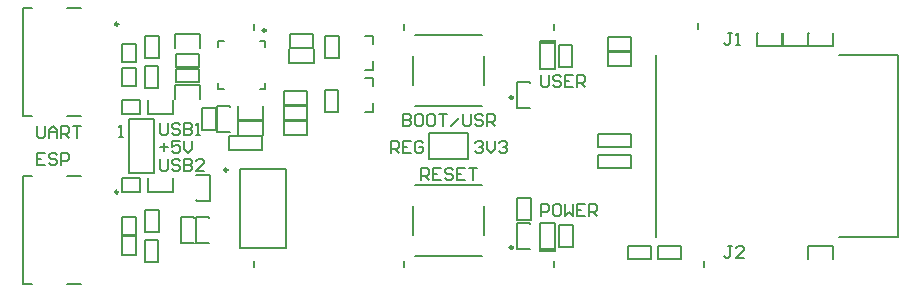
<source format=gto>
G04*
G04 #@! TF.GenerationSoftware,Altium Limited,Altium Designer,24.5.2 (23)*
G04*
G04 Layer_Color=65535*
%FSLAX25Y25*%
%MOIN*%
G70*
G04*
G04 #@! TF.SameCoordinates,24FF50D2-DFE2-4597-A0F4-7CAA859AE4CF*
G04*
G04*
G04 #@! TF.FilePolarity,Positive*
G04*
G01*
G75*
%ADD10C,0.00984*%
%ADD11C,0.00600*%
%ADD12C,0.00787*%
%ADD13C,0.00500*%
%ADD14R,0.05600X0.01461*%
D10*
X29783Y90571D02*
G03*
X29783Y90571I-492J0D01*
G01*
Y34587D02*
G03*
X29783Y34587I-492J0D01*
G01*
X66189Y41992D02*
G03*
X66189Y41992I-492J0D01*
G01*
X78992Y88500D02*
G03*
X78992Y88500I-492J0D01*
G01*
X161358Y16142D02*
G03*
X161358Y16142I-492J0D01*
G01*
Y66142D02*
G03*
X161358Y66142I-492J0D01*
G01*
D11*
X75000Y9500D02*
Y11500D01*
X125000Y9500D02*
Y11500D01*
X175000Y9500D02*
Y11500D01*
X225000Y9500D02*
Y11500D01*
X75000Y88500D02*
Y90500D01*
X125000Y88500D02*
Y90500D01*
X175000Y88500D02*
Y90500D01*
X223000Y89000D02*
Y91000D01*
X39800Y39100D02*
X39900Y39200D01*
X39800Y34700D02*
Y39100D01*
Y34700D02*
X48200D01*
Y39200D01*
X176800Y16200D02*
X181300D01*
Y23800D01*
X176800D02*
X181300D01*
X176800Y16200D02*
Y23800D01*
X268200Y83200D02*
Y87700D01*
X259800Y83200D02*
X268200D01*
X259800D02*
Y87600D01*
X259900Y87700D01*
X170500Y14900D02*
X175500D01*
Y24300D01*
X170500D02*
X175500D01*
X170500Y14900D02*
Y24300D01*
X217300Y12300D02*
Y16800D01*
X209700D02*
X217300D01*
X209700Y12300D02*
Y16800D01*
Y12300D02*
X217300D01*
X207300D02*
Y16800D01*
X199700D02*
X207300D01*
X199700Y12300D02*
Y16800D01*
Y12300D02*
X207300D01*
X39800Y65100D02*
X39900Y65200D01*
X39800Y60700D02*
Y65100D01*
Y60700D02*
X48200D01*
Y65200D01*
X69800Y53800D02*
Y58300D01*
X78200D01*
Y53900D02*
Y58300D01*
X78100Y53800D02*
X78200Y53900D01*
X69800Y63100D02*
X69900Y63200D01*
X69800Y58700D02*
Y63100D01*
Y58700D02*
X78200D01*
Y63200D01*
X259800Y12300D02*
Y16800D01*
X268200D01*
Y12400D02*
Y16800D01*
X268100Y12300D02*
X268200Y12400D01*
X95200Y77700D02*
Y82200D01*
X86800Y77700D02*
X95200D01*
X86800D02*
Y82100D01*
X86900Y82200D01*
X67100Y63200D02*
X67200Y63100D01*
X62700Y63200D02*
X67100D01*
X62700Y54800D02*
Y63200D01*
Y54800D02*
X67200D01*
X48800Y65800D02*
Y70300D01*
X57200D01*
Y65900D02*
Y70300D01*
X57100Y65800D02*
X57200Y65900D01*
X57100Y82800D02*
X57200Y82900D01*
Y87300D01*
X48800D02*
X57200D01*
X48800Y82800D02*
Y87300D01*
X55800Y31900D02*
X55900Y31800D01*
X60300D01*
Y40200D01*
X55800D02*
X60300D01*
X55700Y17800D02*
X60200D01*
X55700D02*
Y26200D01*
X60100D01*
X60200Y26100D01*
X55100Y26200D02*
X55200Y26100D01*
X50700Y26200D02*
X55100D01*
X50700Y17800D02*
Y26200D01*
Y17800D02*
X55200D01*
X251200Y83200D02*
Y87700D01*
X242800Y83200D02*
X251200D01*
X242800D02*
Y87600D01*
X242900Y87700D01*
X251300Y87600D02*
X251400Y87700D01*
X251300Y83200D02*
Y87600D01*
Y83200D02*
X259700D01*
Y87700D01*
X162700Y15800D02*
X167200D01*
X162700D02*
Y24200D01*
X167100D01*
X167200Y24100D01*
X167100Y71200D02*
X167200Y71100D01*
X162700Y71200D02*
X167100D01*
X162700Y62800D02*
Y71200D01*
Y62800D02*
X167200D01*
X98800Y79200D02*
X103300D01*
Y86800D01*
X98800D02*
X103300D01*
X98800Y79200D02*
Y86800D01*
X98700Y68800D02*
X103200D01*
X98700Y61200D02*
Y68800D01*
Y61200D02*
X103200D01*
Y68800D01*
X38700Y18800D02*
X43200D01*
X38700Y11200D02*
Y18800D01*
Y11200D02*
X43200D01*
Y18800D01*
X38800Y21200D02*
X43300D01*
Y28800D01*
X38800D02*
X43300D01*
X38800Y21200D02*
Y28800D01*
X30900Y34700D02*
X37100D01*
X30900D02*
Y39300D01*
X37100D01*
Y34700D02*
Y39300D01*
X35800Y13621D02*
Y19820D01*
X31200Y13621D02*
X35800D01*
X31200D02*
Y19820D01*
X35800D01*
X31200Y20179D02*
Y26379D01*
X35800D01*
Y20179D02*
Y26379D01*
X31200Y20179D02*
X35800D01*
X66798Y53200D02*
X74398D01*
X66798Y48700D02*
X74398D01*
X66798D02*
Y53200D01*
X70200Y48800D02*
X77800D01*
X70200Y53300D02*
X77800D01*
Y48800D02*
Y53300D01*
X181200Y76200D02*
Y83800D01*
X176700Y76200D02*
X181200D01*
X176700D02*
Y83800D01*
X181200D01*
X87200Y82800D02*
X94800D01*
X87200D02*
Y87300D01*
X94800D01*
Y82800D02*
Y87300D01*
X49200Y75700D02*
X56800D01*
Y71200D02*
Y75700D01*
X49200Y71200D02*
X56800D01*
X49200D02*
Y75700D01*
Y80700D02*
X56800D01*
Y76200D02*
Y80700D01*
X49200Y76200D02*
X56800D01*
X49200D02*
Y80700D01*
X57800Y55200D02*
Y62800D01*
X62300D01*
Y55200D02*
Y62800D01*
X57800Y55200D02*
X62300D01*
X170500Y85100D02*
X175500D01*
X170500Y75700D02*
Y85100D01*
Y75700D02*
X175500D01*
Y85100D01*
X85200Y58200D02*
X92800D01*
Y53700D02*
Y58200D01*
X85200Y53700D02*
X92800D01*
X85200D02*
Y58200D01*
Y63800D02*
X92800D01*
X85200D02*
Y68300D01*
X92800D01*
Y63800D02*
Y68300D01*
X31200Y76100D02*
X35800D01*
X31200Y69900D02*
Y76100D01*
Y69900D02*
X35800D01*
Y76100D01*
X31200Y77900D02*
X35800D01*
Y84100D01*
X31200D02*
X35800D01*
X31200Y77900D02*
Y84100D01*
X37100Y60700D02*
Y65300D01*
X30900D02*
X37100D01*
X30900Y60700D02*
Y65300D01*
Y60700D02*
X37100D01*
X38800Y79200D02*
Y86800D01*
X43300D01*
Y79200D02*
Y86800D01*
X38800Y79200D02*
X43300D01*
X43200Y69200D02*
Y76800D01*
X38700Y69200D02*
X43200D01*
X38700D02*
Y76800D01*
X43200D01*
X85200Y58800D02*
X92800D01*
X85200D02*
Y63300D01*
X92800D01*
Y58800D02*
Y63300D01*
X33250Y41000D02*
Y59000D01*
Y41000D02*
X41750D01*
Y59000D01*
X33250D02*
X41750D01*
X133500Y45750D02*
Y54250D01*
X146500D01*
Y45750D02*
Y54250D01*
X133500Y45750D02*
X146500D01*
X193200Y86200D02*
X200800D01*
Y81700D02*
Y86200D01*
X193200Y81700D02*
X200800D01*
X193200D02*
Y86200D01*
Y81200D02*
X200800D01*
Y76700D02*
Y81200D01*
X193200Y76700D02*
X200800D01*
X193200D02*
Y81200D01*
X162800Y25200D02*
Y32800D01*
X167300D01*
Y25200D02*
Y32800D01*
X162800Y25200D02*
X167300D01*
X189798Y54000D02*
X197398D01*
X189798Y49500D02*
X197398D01*
X189798D02*
Y54000D01*
Y47000D02*
X197398D01*
X189798Y42500D02*
X197398D01*
X189798D02*
Y47000D01*
X193200Y49600D02*
X200800D01*
X193200Y54100D02*
X200800D01*
Y49600D02*
Y54100D01*
X193200Y42600D02*
X200800D01*
X193200Y47100D02*
X200800D01*
Y42600D02*
Y47100D01*
X170600Y26600D02*
Y30599D01*
X172599D01*
X173266Y29932D01*
Y28599D01*
X172599Y27933D01*
X170600D01*
X176598Y30599D02*
X175265D01*
X174599Y29932D01*
Y27266D01*
X175265Y26600D01*
X176598D01*
X177264Y27266D01*
Y29932D01*
X176598Y30599D01*
X178597D02*
Y26600D01*
X179930Y27933D01*
X181263Y26600D01*
Y30599D01*
X185262D02*
X182596D01*
Y26600D01*
X185262D01*
X182596Y28599D02*
X183929D01*
X186595Y26600D02*
Y30599D01*
X188594D01*
X189261Y29932D01*
Y28599D01*
X188594Y27933D01*
X186595D01*
X187928D02*
X189261Y26600D01*
X170600Y73599D02*
Y70266D01*
X171266Y69600D01*
X172599D01*
X173266Y70266D01*
Y73599D01*
X177264Y72932D02*
X176598Y73599D01*
X175265D01*
X174599Y72932D01*
Y72266D01*
X175265Y71599D01*
X176598D01*
X177264Y70933D01*
Y70266D01*
X176598Y69600D01*
X175265D01*
X174599Y70266D01*
X181263Y73599D02*
X178597D01*
Y69600D01*
X181263D01*
X178597Y71599D02*
X179930D01*
X182596Y69600D02*
Y73599D01*
X184596D01*
X185262Y72932D01*
Y71599D01*
X184596Y70933D01*
X182596D01*
X183929D02*
X185262Y69600D01*
X124672Y60599D02*
Y56600D01*
X126671D01*
X127337Y57266D01*
Y57933D01*
X126671Y58599D01*
X124672D01*
X126671D01*
X127337Y59266D01*
Y59932D01*
X126671Y60599D01*
X124672D01*
X130670D02*
X129337D01*
X128670Y59932D01*
Y57266D01*
X129337Y56600D01*
X130670D01*
X131336Y57266D01*
Y59932D01*
X130670Y60599D01*
X134668D02*
X133335D01*
X132669Y59932D01*
Y57266D01*
X133335Y56600D01*
X134668D01*
X135335Y57266D01*
Y59932D01*
X134668Y60599D01*
X136668D02*
X139333D01*
X138001D01*
Y56600D01*
X140666D02*
X143332Y59266D01*
X144665Y60599D02*
Y57266D01*
X145332Y56600D01*
X146665D01*
X147331Y57266D01*
Y60599D01*
X151330Y59932D02*
X150663Y60599D01*
X149330D01*
X148664Y59932D01*
Y59266D01*
X149330Y58599D01*
X150663D01*
X151330Y57933D01*
Y57266D01*
X150663Y56600D01*
X149330D01*
X148664Y57266D01*
X152663Y56600D02*
Y60599D01*
X154662D01*
X155328Y59932D01*
Y58599D01*
X154662Y57933D01*
X152663D01*
X153996D02*
X155328Y56600D01*
X130670Y38600D02*
Y42599D01*
X132669D01*
X133335Y41932D01*
Y40599D01*
X132669Y39933D01*
X130670D01*
X132003D02*
X133335Y38600D01*
X137334Y42599D02*
X134668D01*
Y38600D01*
X137334D01*
X134668Y40599D02*
X136001D01*
X141333Y41932D02*
X140666Y42599D01*
X139333D01*
X138667Y41932D01*
Y41266D01*
X139333Y40599D01*
X140666D01*
X141333Y39933D01*
Y39266D01*
X140666Y38600D01*
X139333D01*
X138667Y39266D01*
X145332Y42599D02*
X142666D01*
Y38600D01*
X145332D01*
X142666Y40599D02*
X143999D01*
X146665Y42599D02*
X149330D01*
X147997D01*
Y38600D01*
X120600Y47600D02*
Y51599D01*
X122599D01*
X123266Y50932D01*
Y49599D01*
X122599Y48933D01*
X120600D01*
X121933D02*
X123266Y47600D01*
X127264Y51599D02*
X124599D01*
Y47600D01*
X127264D01*
X124599Y49599D02*
X125932D01*
X131263Y50932D02*
X130597Y51599D01*
X129264D01*
X128597Y50932D01*
Y48266D01*
X129264Y47600D01*
X130597D01*
X131263Y48266D01*
Y49599D01*
X129930D01*
X148600Y50932D02*
X149267Y51599D01*
X150599D01*
X151266Y50932D01*
Y50266D01*
X150599Y49599D01*
X149933D01*
X150599D01*
X151266Y48933D01*
Y48266D01*
X150599Y47600D01*
X149267D01*
X148600Y48266D01*
X152599Y51599D02*
Y48933D01*
X153932Y47600D01*
X155264Y48933D01*
Y51599D01*
X156597Y50932D02*
X157264Y51599D01*
X158597D01*
X159263Y50932D01*
Y50266D01*
X158597Y49599D01*
X157930D01*
X158597D01*
X159263Y48933D01*
Y48266D01*
X158597Y47600D01*
X157264D01*
X156597Y48266D01*
X43600Y57599D02*
Y54266D01*
X44266Y53600D01*
X45599D01*
X46266Y54266D01*
Y57599D01*
X50265Y56932D02*
X49598Y57599D01*
X48265D01*
X47599Y56932D01*
Y56266D01*
X48265Y55599D01*
X49598D01*
X50265Y54933D01*
Y54266D01*
X49598Y53600D01*
X48265D01*
X47599Y54266D01*
X51597Y57599D02*
Y53600D01*
X53597D01*
X54263Y54266D01*
Y54933D01*
X53597Y55599D01*
X51597D01*
X53597D01*
X54263Y56266D01*
Y56932D01*
X53597Y57599D01*
X51597D01*
X55596Y53600D02*
X56929D01*
X56263D01*
Y57599D01*
X55596Y56932D01*
X43600Y45599D02*
Y42266D01*
X44266Y41600D01*
X45599D01*
X46266Y42266D01*
Y45599D01*
X50265Y44932D02*
X49598Y45599D01*
X48265D01*
X47599Y44932D01*
Y44266D01*
X48265Y43599D01*
X49598D01*
X50265Y42933D01*
Y42266D01*
X49598Y41600D01*
X48265D01*
X47599Y42266D01*
X51597Y45599D02*
Y41600D01*
X53597D01*
X54263Y42266D01*
Y42933D01*
X53597Y43599D01*
X51597D01*
X53597D01*
X54263Y44266D01*
Y44932D01*
X53597Y45599D01*
X51597D01*
X58262Y41600D02*
X55596D01*
X58262Y44266D01*
Y44932D01*
X57595Y45599D01*
X56263D01*
X55596Y44932D01*
X43600Y49599D02*
X46266D01*
X44933Y50932D02*
Y48266D01*
X50265Y51599D02*
X47599D01*
Y49599D01*
X48932Y50266D01*
X49598D01*
X50265Y49599D01*
Y48266D01*
X49598Y47600D01*
X48265D01*
X47599Y48266D01*
X51597Y51599D02*
Y48933D01*
X52930Y47600D01*
X54263Y48933D01*
Y51599D01*
X2600Y56599D02*
Y53266D01*
X3266Y52600D01*
X4599D01*
X5266Y53266D01*
Y56599D01*
X6599Y52600D02*
Y55266D01*
X7932Y56599D01*
X9264Y55266D01*
Y52600D01*
Y54599D01*
X6599D01*
X10597Y52600D02*
Y56599D01*
X12597D01*
X13263Y55932D01*
Y54599D01*
X12597Y53933D01*
X10597D01*
X11930D02*
X13263Y52600D01*
X14596Y56599D02*
X17262D01*
X15929D01*
Y52600D01*
X5266Y47599D02*
X2600D01*
Y43600D01*
X5266D01*
X2600Y45599D02*
X3933D01*
X9264Y46932D02*
X8598Y47599D01*
X7265D01*
X6599Y46932D01*
Y46266D01*
X7265Y45599D01*
X8598D01*
X9264Y44933D01*
Y44266D01*
X8598Y43600D01*
X7265D01*
X6599Y44266D01*
X10597Y43600D02*
Y47599D01*
X12597D01*
X13263Y46932D01*
Y45599D01*
X12597Y44933D01*
X10597D01*
X234266Y16599D02*
X232933D01*
X233599D01*
Y13266D01*
X232933Y12600D01*
X232266D01*
X231600Y13266D01*
X238264Y12600D02*
X235599D01*
X238264Y15266D01*
Y15932D01*
X237598Y16599D01*
X236265D01*
X235599Y15932D01*
X234266Y87599D02*
X232933D01*
X233599D01*
Y84266D01*
X232933Y83600D01*
X232266D01*
X231600Y84266D01*
X235599Y83600D02*
X236932D01*
X236265D01*
Y87599D01*
X235599Y86932D01*
X30100Y53100D02*
X31433D01*
X30766D01*
Y57099D01*
X30100Y56432D01*
D12*
X12559Y95984D02*
X17480D01*
X-1909D02*
X945D01*
X-1909Y60000D02*
Y95984D01*
X12559Y60000D02*
X17480D01*
X-1909D02*
X945D01*
X-1909Y4016D02*
X945D01*
X12559D02*
X17480D01*
X-1909D02*
Y40000D01*
X945D01*
X12559D02*
X17480D01*
X112000Y75291D02*
X114559D01*
Y78146D01*
X112000Y86709D02*
X114559D01*
Y83854D02*
Y86709D01*
X112000Y61291D02*
X114559D01*
Y64146D01*
X112000Y72709D02*
X114559D01*
Y69854D02*
Y72709D01*
X70323Y15811D02*
X85677D01*
X70323Y42189D02*
X85677D01*
Y15811D02*
Y42189D01*
X70323Y15811D02*
Y42189D01*
X76906Y84874D02*
X78874D01*
Y82906D02*
Y84874D01*
X63126D02*
X65095D01*
X63126Y82906D02*
Y84874D01*
X76906Y69126D02*
X78874D01*
Y71095D01*
X63126Y69126D02*
X65095D01*
X63126D02*
Y71095D01*
X128878Y13189D02*
X151122D01*
X128189Y20177D02*
Y29823D01*
X128878Y36811D02*
X151122D01*
X151811Y20177D02*
Y29823D01*
X128878Y63189D02*
X151122D01*
X128189Y70177D02*
Y79823D01*
X128878Y86811D02*
X151122D01*
X151811Y70177D02*
Y79823D01*
D13*
X269917Y80315D02*
X289799D01*
X209090Y19685D02*
Y80315D01*
X269917Y19685D02*
X289799D01*
Y80315D01*
D14*
X173000Y15230D02*
D03*
Y84770D02*
D03*
M02*

</source>
